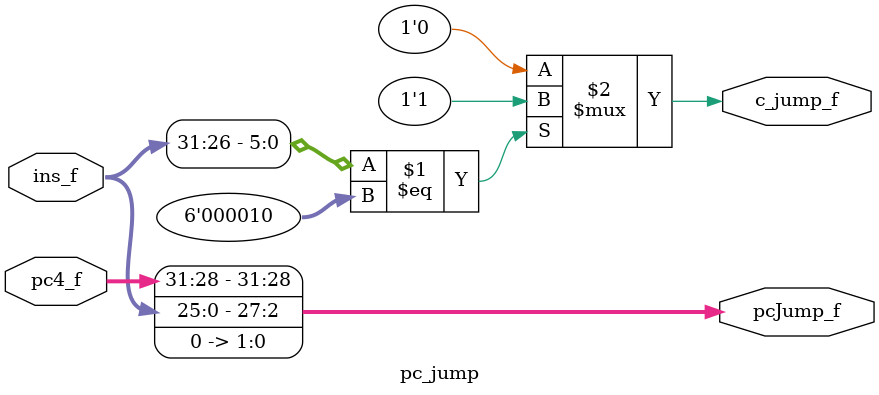
<source format=v>
`timescale 1ns / 1ps


module pc_jump(
    input [31:0] pc4_f,ins_f,
    output c_jump_f,
    output [31:0] pcJump_f
    );
    
    assign c_jump_f=(ins_f[31:26]==6'b000010) ? 1'b1:1'b0;
    assign pcJump_f={pc4_f[31:28],ins_f[25:0],2'b00};
endmodule

</source>
